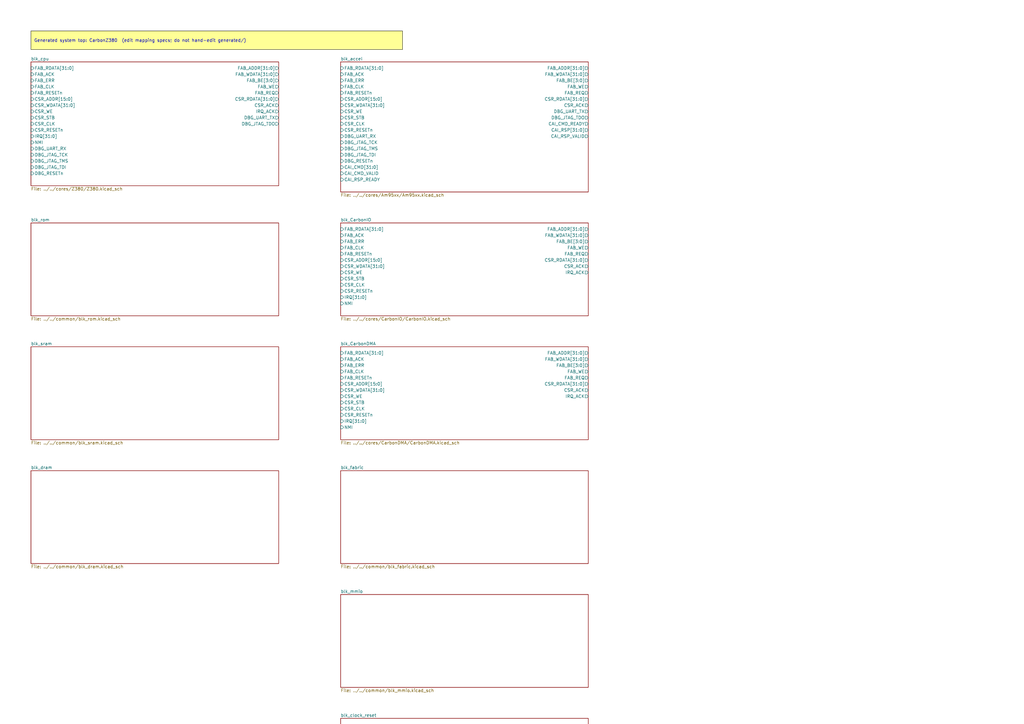
<source format=kicad_sch>
(kicad_sch
	(version 20250114)
	(generator "kicadgen")
	(generator_version "0.2")
	(uuid "765c2369-a8ad-5eed-9f09-20ae5d1ace4f")
	(paper "A3")
	(title_block
		(title "CarbonZ380 (generated)")
		(company "Project Carbon")
		(comment 1 "Generated - do not edit in generated/")
		(comment 2 "Edit in schem/kicad9/manual/ or refine mapping specs")
	)
	(lib_symbols)
	(text_box
		"Generated system top: CarbonZ380  (edit mapping specs; do not hand-edit generated/)"
		(exclude_from_sim no)
		(at
			12.7
			12.7
			0
		)
		(size 152.4 7.62)
		(margins
			1.27
			1.27
			1.27
			1.27
		)
		(stroke
			(width 0)
			(type default)
			(color
				0
				0
				0
				1
			)
		)
		(fill
			(type color)
			(color
				255
				255
				150
				1
			)
		)
		(effects
			(font
				(size 1.27 1.27)
			)
			(justify left)
		)
		(uuid "b4222cf3-652f-5305-9a3c-e71759809ecd")
	)
	(sheet
		(at 12.7 25.4)
		(size 101.6 50.8)
		(exclude_from_sim no)
		(in_bom yes)
		(on_board yes)
		(dnp no)
		(stroke
			(width 0)
			(type solid)
		)
		(fill
			(color
				0
				0
				0
				0
			)
		)
		(uuid "50a881de-722b-5031-908a-f326a31921c3")
		(property
			"Sheetname"
			"blk_cpu"
			(at
				12.7
				24.13
				0
			)
			(effects
				(font
					(size 1.27 1.27)
				)
				(justify left)
			)
		)
		(property
			"Sheetfile"
			"../../cores/Z380/Z380.kicad_sch"
			(at
				12.7
				77.47
				0
			)
			(effects
				(font
					(size 1.27 1.27)
				)
				(justify left)
			)
		)
		(pin
			"FAB_RDATA[31:0]"
			input
			(at
				12.7
				27.94
				180
			)
			(uuid "2f73332d-8009-5d01-ae4b-342787cbfa8f")
			(effects
				(font
					(size 1.27 1.27)
				)
				(justify left)
			)
		)
		(pin
			"FAB_ACK"
			input
			(at
				12.7
				30.48
				180
			)
			(uuid "7c4563ed-8650-5568-be87-9acb60e464bf")
			(effects
				(font
					(size 1.27 1.27)
				)
				(justify left)
			)
		)
		(pin
			"FAB_ERR"
			input
			(at
				12.7
				33.02
				180
			)
			(uuid "3850bc5e-1589-525d-8828-edc995e951f8")
			(effects
				(font
					(size 1.27 1.27)
				)
				(justify left)
			)
		)
		(pin
			"FAB_CLK"
			input
			(at
				12.7
				35.56
				180
			)
			(uuid "adb3fc2d-5483-570e-bb20-db6355ecd7ba")
			(effects
				(font
					(size 1.27 1.27)
				)
				(justify left)
			)
		)
		(pin
			"FAB_RESETn"
			input
			(at
				12.7
				38.1
				180
			)
			(uuid "1c1bc5fb-d5e5-52bd-9ca4-f7db4c696262")
			(effects
				(font
					(size 1.27 1.27)
				)
				(justify left)
			)
		)
		(pin
			"CSR_ADDR[15:0]"
			input
			(at
				12.7
				40.64
				180
			)
			(uuid "f3ff211b-0272-544f-818c-6a61d4f8c4fe")
			(effects
				(font
					(size 1.27 1.27)
				)
				(justify left)
			)
		)
		(pin
			"CSR_WDATA[31:0]"
			input
			(at
				12.7
				43.18
				180
			)
			(uuid "26df6684-ab5f-5ff8-b1a8-e2fd5e5dfa32")
			(effects
				(font
					(size 1.27 1.27)
				)
				(justify left)
			)
		)
		(pin
			"CSR_WE"
			input
			(at
				12.7
				45.72
				180
			)
			(uuid "1fcfd28e-58f2-5bff-ac63-f00724eed765")
			(effects
				(font
					(size 1.27 1.27)
				)
				(justify left)
			)
		)
		(pin
			"CSR_STB"
			input
			(at
				12.7
				48.26
				180
			)
			(uuid "6c7f6553-5e92-5c83-b482-5472f7770d06")
			(effects
				(font
					(size 1.27 1.27)
				)
				(justify left)
			)
		)
		(pin
			"CSR_CLK"
			input
			(at
				12.7
				50.8
				180
			)
			(uuid "a97d6fd2-d78d-52ee-9953-9f774cd3ec4d")
			(effects
				(font
					(size 1.27 1.27)
				)
				(justify left)
			)
		)
		(pin
			"CSR_RESETn"
			input
			(at
				12.7
				53.34
				180
			)
			(uuid "bdb58c30-1410-5375-8a16-3fcd475c7d57")
			(effects
				(font
					(size 1.27 1.27)
				)
				(justify left)
			)
		)
		(pin
			"IRQ[31:0]"
			input
			(at
				12.7
				55.88
				180
			)
			(uuid "12bc254c-1129-5b95-bcfd-45a683915384")
			(effects
				(font
					(size 1.27 1.27)
				)
				(justify left)
			)
		)
		(pin
			"NMI"
			input
			(at
				12.7
				58.42
				180
			)
			(uuid "d9ef077e-0a3c-5718-ab86-b82eca542f8b")
			(effects
				(font
					(size 1.27 1.27)
				)
				(justify left)
			)
		)
		(pin
			"DBG_UART_RX"
			input
			(at
				12.7
				60.96
				180
			)
			(uuid "20da674d-38b7-53eb-9c67-4645e8721a96")
			(effects
				(font
					(size 1.27 1.27)
				)
				(justify left)
			)
		)
		(pin
			"DBG_JTAG_TCK"
			input
			(at
				12.7
				63.5
				180
			)
			(uuid "9f1aafef-6d0a-598c-a62b-c3349de52569")
			(effects
				(font
					(size 1.27 1.27)
				)
				(justify left)
			)
		)
		(pin
			"DBG_JTAG_TMS"
			input
			(at
				12.7
				66.04
				180
			)
			(uuid "4efff025-4f95-5012-b290-8838f1a401e5")
			(effects
				(font
					(size 1.27 1.27)
				)
				(justify left)
			)
		)
		(pin
			"DBG_JTAG_TDI"
			input
			(at
				12.7
				68.58
				180
			)
			(uuid "37ec474a-ed9c-5785-bc29-acae99e7de18")
			(effects
				(font
					(size 1.27 1.27)
				)
				(justify left)
			)
		)
		(pin
			"DBG_RESETn"
			input
			(at
				12.7
				71.12
				180
			)
			(uuid "cb13ed9f-171d-5d4f-93b3-147c481980d3")
			(effects
				(font
					(size 1.27 1.27)
				)
				(justify left)
			)
		)
		(pin
			"FAB_ADDR[31:0]"
			output
			(at
				114.3
				27.94
				0
			)
			(uuid "c6a0a5fc-88ea-5d20-b5c5-fae6b71f74fb")
			(effects
				(font
					(size 1.27 1.27)
				)
				(justify right)
			)
		)
		(pin
			"FAB_WDATA[31:0]"
			output
			(at
				114.3
				30.48
				0
			)
			(uuid "5f76dc3c-fe38-595f-a291-b8100a328804")
			(effects
				(font
					(size 1.27 1.27)
				)
				(justify right)
			)
		)
		(pin
			"FAB_BE[3:0]"
			output
			(at
				114.3
				33.02
				0
			)
			(uuid "2422c30c-9238-5baa-a711-274b74203a54")
			(effects
				(font
					(size 1.27 1.27)
				)
				(justify right)
			)
		)
		(pin
			"FAB_WE"
			output
			(at
				114.3
				35.56
				0
			)
			(uuid "161d4d86-2806-5a0e-9497-4470b1de27ce")
			(effects
				(font
					(size 1.27 1.27)
				)
				(justify right)
			)
		)
		(pin
			"FAB_REQ"
			output
			(at
				114.3
				38.1
				0
			)
			(uuid "8b4f2f8b-d8ce-5d02-bd1a-b4c77c4c3a9a")
			(effects
				(font
					(size 1.27 1.27)
				)
				(justify right)
			)
		)
		(pin
			"CSR_RDATA[31:0]"
			output
			(at
				114.3
				40.64
				0
			)
			(uuid "b44ef97b-62bd-50bf-8dc4-83a3ca46b5d2")
			(effects
				(font
					(size 1.27 1.27)
				)
				(justify right)
			)
		)
		(pin
			"CSR_ACK"
			output
			(at
				114.3
				43.18
				0
			)
			(uuid "bba3ffc6-fbc6-5760-9760-bc0fff8e6437")
			(effects
				(font
					(size 1.27 1.27)
				)
				(justify right)
			)
		)
		(pin
			"IRQ_ACK"
			output
			(at
				114.3
				45.72
				0
			)
			(uuid "b80c3cc3-01d4-5058-890c-28b6ef05c89d")
			(effects
				(font
					(size 1.27 1.27)
				)
				(justify right)
			)
		)
		(pin
			"DBG_UART_TX"
			output
			(at
				114.3
				48.26
				0
			)
			(uuid "a4808b92-8bd3-5ffc-92df-abbeaa9f9818")
			(effects
				(font
					(size 1.27 1.27)
				)
				(justify right)
			)
		)
		(pin
			"DBG_JTAG_TDO"
			output
			(at
				114.3
				50.8
				0
			)
			(uuid "a4ec0793-1d46-5776-a94e-1009f95a5607")
			(effects
				(font
					(size 1.27 1.27)
				)
				(justify right)
			)
		)
		(instances
			(project
				"system_CarbonZ380"
				(path
					"/765c2369-a8ad-5eed-9f09-20ae5d1ace4f"
					(page "2")
				)
			)
		)
	)
	(sheet
		(at 139.7 25.4)
		(size 101.6 53.34)
		(exclude_from_sim no)
		(in_bom yes)
		(on_board yes)
		(dnp no)
		(stroke
			(width 0)
			(type solid)
		)
		(fill
			(color
				0
				0
				0
				0
			)
		)
		(uuid "ba1c047c-04c0-573a-bf86-048b24d531a3")
		(property
			"Sheetname"
			"blk_accel"
			(at
				139.7
				24.13
				0
			)
			(effects
				(font
					(size 1.27 1.27)
				)
				(justify left)
			)
		)
		(property
			"Sheetfile"
			"../../cores/Am95xx/Am95xx.kicad_sch"
			(at
				139.7
				80.01
				0
			)
			(effects
				(font
					(size 1.27 1.27)
				)
				(justify left)
			)
		)
		(pin
			"FAB_RDATA[31:0]"
			input
			(at
				139.7
				27.94
				180
			)
			(uuid "5ce239a7-8367-52d6-85bc-d4c6c15daae9")
			(effects
				(font
					(size 1.27 1.27)
				)
				(justify left)
			)
		)
		(pin
			"FAB_ACK"
			input
			(at
				139.7
				30.48
				180
			)
			(uuid "30ed2479-7f74-5752-a798-2cf624470eb6")
			(effects
				(font
					(size 1.27 1.27)
				)
				(justify left)
			)
		)
		(pin
			"FAB_ERR"
			input
			(at
				139.7
				33.02
				180
			)
			(uuid "d8b78cd5-d97a-533c-82cf-4db733a1d013")
			(effects
				(font
					(size 1.27 1.27)
				)
				(justify left)
			)
		)
		(pin
			"FAB_CLK"
			input
			(at
				139.7
				35.56
				180
			)
			(uuid "6b605b1b-967a-5f38-bf0f-c832f17a0e71")
			(effects
				(font
					(size 1.27 1.27)
				)
				(justify left)
			)
		)
		(pin
			"FAB_RESETn"
			input
			(at
				139.7
				38.1
				180
			)
			(uuid "c741acbb-dc36-574c-85d6-9346f1734244")
			(effects
				(font
					(size 1.27 1.27)
				)
				(justify left)
			)
		)
		(pin
			"CSR_ADDR[15:0]"
			input
			(at
				139.7
				40.64
				180
			)
			(uuid "3da70a63-74ea-5cae-9dcc-79dd87c54a36")
			(effects
				(font
					(size 1.27 1.27)
				)
				(justify left)
			)
		)
		(pin
			"CSR_WDATA[31:0]"
			input
			(at
				139.7
				43.18
				180
			)
			(uuid "3b4e8abc-26ac-528d-9c36-a95a3c7846a7")
			(effects
				(font
					(size 1.27 1.27)
				)
				(justify left)
			)
		)
		(pin
			"CSR_WE"
			input
			(at
				139.7
				45.72
				180
			)
			(uuid "561dfd79-ae6a-54b9-a832-e577f285530a")
			(effects
				(font
					(size 1.27 1.27)
				)
				(justify left)
			)
		)
		(pin
			"CSR_STB"
			input
			(at
				139.7
				48.26
				180
			)
			(uuid "22910ce9-f168-5e94-ad6b-14decd914c65")
			(effects
				(font
					(size 1.27 1.27)
				)
				(justify left)
			)
		)
		(pin
			"CSR_CLK"
			input
			(at
				139.7
				50.8
				180
			)
			(uuid "e446acc1-29be-5791-9f08-835cbe64ee5c")
			(effects
				(font
					(size 1.27 1.27)
				)
				(justify left)
			)
		)
		(pin
			"CSR_RESETn"
			input
			(at
				139.7
				53.34
				180
			)
			(uuid "b82b47f7-e4ce-5704-8fef-4e7559a8972e")
			(effects
				(font
					(size 1.27 1.27)
				)
				(justify left)
			)
		)
		(pin
			"DBG_UART_RX"
			input
			(at
				139.7
				55.88
				180
			)
			(uuid "3529a3bf-82fe-5aa3-b2af-3c2159ff8e09")
			(effects
				(font
					(size 1.27 1.27)
				)
				(justify left)
			)
		)
		(pin
			"DBG_JTAG_TCK"
			input
			(at
				139.7
				58.42
				180
			)
			(uuid "6d58bdf2-9ac6-5c02-b62e-b8201d299e49")
			(effects
				(font
					(size 1.27 1.27)
				)
				(justify left)
			)
		)
		(pin
			"DBG_JTAG_TMS"
			input
			(at
				139.7
				60.96
				180
			)
			(uuid "4103a472-e9cf-5cf1-bf07-f3ce89fa0fb5")
			(effects
				(font
					(size 1.27 1.27)
				)
				(justify left)
			)
		)
		(pin
			"DBG_JTAG_TDI"
			input
			(at
				139.7
				63.5
				180
			)
			(uuid "679f75de-02fe-520f-91d8-0ca8384d2dcc")
			(effects
				(font
					(size 1.27 1.27)
				)
				(justify left)
			)
		)
		(pin
			"DBG_RESETn"
			input
			(at
				139.7
				66.04
				180
			)
			(uuid "ea9c40d1-9fa4-595e-8c2a-750c04d4a706")
			(effects
				(font
					(size 1.27 1.27)
				)
				(justify left)
			)
		)
		(pin
			"CAI_CMD[31:0]"
			input
			(at
				139.7
				68.58
				180
			)
			(uuid "1a5afd41-c92d-5f5e-9938-7f6489de3e70")
			(effects
				(font
					(size 1.27 1.27)
				)
				(justify left)
			)
		)
		(pin
			"CAI_CMD_VALID"
			input
			(at
				139.7
				71.12
				180
			)
			(uuid "59b48a9e-1366-5a54-8152-035d081e2b30")
			(effects
				(font
					(size 1.27 1.27)
				)
				(justify left)
			)
		)
		(pin
			"CAI_RSP_READY"
			input
			(at
				139.7
				73.66
				180
			)
			(uuid "e97fcb70-4eb2-5c52-ac3d-c5fefeaf5513")
			(effects
				(font
					(size 1.27 1.27)
				)
				(justify left)
			)
		)
		(pin
			"FAB_ADDR[31:0]"
			output
			(at
				241.3
				27.94
				0
			)
			(uuid "1280da3a-5e3b-5e16-a427-98b7e645563c")
			(effects
				(font
					(size 1.27 1.27)
				)
				(justify right)
			)
		)
		(pin
			"FAB_WDATA[31:0]"
			output
			(at
				241.3
				30.48
				0
			)
			(uuid "bf32bf14-48b3-5310-8648-856b249134a9")
			(effects
				(font
					(size 1.27 1.27)
				)
				(justify right)
			)
		)
		(pin
			"FAB_BE[3:0]"
			output
			(at
				241.3
				33.02
				0
			)
			(uuid "fb481ff2-75c4-53e9-b117-921bd2788284")
			(effects
				(font
					(size 1.27 1.27)
				)
				(justify right)
			)
		)
		(pin
			"FAB_WE"
			output
			(at
				241.3
				35.56
				0
			)
			(uuid "cd25e042-d1f3-577e-bd46-8a433f00616f")
			(effects
				(font
					(size 1.27 1.27)
				)
				(justify right)
			)
		)
		(pin
			"FAB_REQ"
			output
			(at
				241.3
				38.1
				0
			)
			(uuid "cb321599-abc9-5de0-9a72-5b80d8d0aeb1")
			(effects
				(font
					(size 1.27 1.27)
				)
				(justify right)
			)
		)
		(pin
			"CSR_RDATA[31:0]"
			output
			(at
				241.3
				40.64
				0
			)
			(uuid "cd792bd3-fbdf-5490-82fb-01606171234b")
			(effects
				(font
					(size 1.27 1.27)
				)
				(justify right)
			)
		)
		(pin
			"CSR_ACK"
			output
			(at
				241.3
				43.18
				0
			)
			(uuid "55f8a1c9-9600-560e-a4d6-060ffad3d9c5")
			(effects
				(font
					(size 1.27 1.27)
				)
				(justify right)
			)
		)
		(pin
			"DBG_UART_TX"
			output
			(at
				241.3
				45.72
				0
			)
			(uuid "08463855-a5fb-56ac-a6d4-d8476f57d22b")
			(effects
				(font
					(size 1.27 1.27)
				)
				(justify right)
			)
		)
		(pin
			"DBG_JTAG_TDO"
			output
			(at
				241.3
				48.26
				0
			)
			(uuid "1775229b-4ed2-53df-aa3a-ed50a648dee8")
			(effects
				(font
					(size 1.27 1.27)
				)
				(justify right)
			)
		)
		(pin
			"CAI_CMD_READY"
			output
			(at
				241.3
				50.8
				0
			)
			(uuid "e0cdfaef-486e-5bad-a885-b1ad5e6bc7fe")
			(effects
				(font
					(size 1.27 1.27)
				)
				(justify right)
			)
		)
		(pin
			"CAI_RSP[31:0]"
			output
			(at
				241.3
				53.34
				0
			)
			(uuid "0fce9cb4-8fff-5a7f-ac75-57cbc5ed20cc")
			(effects
				(font
					(size 1.27 1.27)
				)
				(justify right)
			)
		)
		(pin
			"CAI_RSP_VALID"
			output
			(at
				241.3
				55.88
				0
			)
			(uuid "ebbbb98e-9f1b-58c9-89f8-bf83d2a61f6e")
			(effects
				(font
					(size 1.27 1.27)
				)
				(justify right)
			)
		)
		(instances
			(project
				"system_CarbonZ380"
				(path
					"/765c2369-a8ad-5eed-9f09-20ae5d1ace4f"
					(page "3")
				)
			)
		)
	)
	(sheet
		(at 12.7 91.44)
		(size 101.6 38.1)
		(exclude_from_sim no)
		(in_bom yes)
		(on_board yes)
		(dnp no)
		(stroke
			(width 0)
			(type solid)
		)
		(fill
			(color
				0
				0
				0
				0
			)
		)
		(uuid "f8ea0e8a-614d-55b3-8e15-dd44fd87e663")
		(property
			"Sheetname"
			"blk_rom"
			(at
				12.7
				90.17
				0
			)
			(effects
				(font
					(size 1.27 1.27)
				)
				(justify left)
			)
		)
		(property
			"Sheetfile"
			"../../common/blk_rom.kicad_sch"
			(at
				12.7
				130.81
				0
			)
			(effects
				(font
					(size 1.27 1.27)
				)
				(justify left)
			)
		)
		(instances
			(project
				"system_CarbonZ380"
				(path
					"/765c2369-a8ad-5eed-9f09-20ae5d1ace4f"
					(page "4")
				)
			)
		)
	)
	(sheet
		(at 12.7 142.24)
		(size 101.6 38.1)
		(exclude_from_sim no)
		(in_bom yes)
		(on_board yes)
		(dnp no)
		(stroke
			(width 0)
			(type solid)
		)
		(fill
			(color
				0
				0
				0
				0
			)
		)
		(uuid "3a221c92-d558-5f6d-ace0-c9a21573502b")
		(property
			"Sheetname"
			"blk_sram"
			(at
				12.7
				140.97
				0
			)
			(effects
				(font
					(size 1.27 1.27)
				)
				(justify left)
			)
		)
		(property
			"Sheetfile"
			"../../common/blk_sram.kicad_sch"
			(at
				12.7
				181.61
				0
			)
			(effects
				(font
					(size 1.27 1.27)
				)
				(justify left)
			)
		)
		(instances
			(project
				"system_CarbonZ380"
				(path
					"/765c2369-a8ad-5eed-9f09-20ae5d1ace4f"
					(page "5")
				)
			)
		)
	)
	(sheet
		(at 12.7 193.04)
		(size 101.6 38.1)
		(exclude_from_sim no)
		(in_bom yes)
		(on_board yes)
		(dnp no)
		(stroke
			(width 0)
			(type solid)
		)
		(fill
			(color
				0
				0
				0
				0
			)
		)
		(uuid "30fff7e3-2083-55ff-a22f-9f91b303e9b6")
		(property
			"Sheetname"
			"blk_dram"
			(at
				12.7
				191.77
				0
			)
			(effects
				(font
					(size 1.27 1.27)
				)
				(justify left)
			)
		)
		(property
			"Sheetfile"
			"../../common/blk_dram.kicad_sch"
			(at
				12.7
				232.41
				0
			)
			(effects
				(font
					(size 1.27 1.27)
				)
				(justify left)
			)
		)
		(instances
			(project
				"system_CarbonZ380"
				(path
					"/765c2369-a8ad-5eed-9f09-20ae5d1ace4f"
					(page "6")
				)
			)
		)
	)
	(sheet
		(at 139.7 91.44)
		(size 101.6 38.1)
		(exclude_from_sim no)
		(in_bom yes)
		(on_board yes)
		(dnp no)
		(stroke
			(width 0)
			(type solid)
		)
		(fill
			(color
				0
				0
				0
				0
			)
		)
		(uuid "364c6216-d01a-5e85-9289-bd6519fd6b7d")
		(property
			"Sheetname"
			"blk_CarbonIO"
			(at
				139.7
				90.17
				0
			)
			(effects
				(font
					(size 1.27 1.27)
				)
				(justify left)
			)
		)
		(property
			"Sheetfile"
			"../../cores/CarbonIO/CarbonIO.kicad_sch"
			(at
				139.7
				130.81
				0
			)
			(effects
				(font
					(size 1.27 1.27)
				)
				(justify left)
			)
		)
		(pin
			"FAB_RDATA[31:0]"
			input
			(at
				139.7
				93.98
				180
			)
			(uuid "c2be02d6-0743-5c45-8a20-54a9ad9aac50")
			(effects
				(font
					(size 1.27 1.27)
				)
				(justify left)
			)
		)
		(pin
			"FAB_ACK"
			input
			(at
				139.7
				96.52
				180
			)
			(uuid "ba29f784-8f83-583e-86d4-26cadd31ee7f")
			(effects
				(font
					(size 1.27 1.27)
				)
				(justify left)
			)
		)
		(pin
			"FAB_ERR"
			input
			(at
				139.7
				99.06
				180
			)
			(uuid "f808691a-fc8f-586c-98b4-915303fd6776")
			(effects
				(font
					(size 1.27 1.27)
				)
				(justify left)
			)
		)
		(pin
			"FAB_CLK"
			input
			(at
				139.7
				101.6
				180
			)
			(uuid "9dd49e52-ba96-56fb-bb03-79f146a56484")
			(effects
				(font
					(size 1.27 1.27)
				)
				(justify left)
			)
		)
		(pin
			"FAB_RESETn"
			input
			(at
				139.7
				104.14
				180
			)
			(uuid "5d5f4e1a-2aa2-5692-98ee-19bfb1273191")
			(effects
				(font
					(size 1.27 1.27)
				)
				(justify left)
			)
		)
		(pin
			"CSR_ADDR[15:0]"
			input
			(at
				139.7
				106.68
				180
			)
			(uuid "6ea3ccf0-c3fa-5d00-a3aa-88c9f584c669")
			(effects
				(font
					(size 1.27 1.27)
				)
				(justify left)
			)
		)
		(pin
			"CSR_WDATA[31:0]"
			input
			(at
				139.7
				109.22
				180
			)
			(uuid "c2bda377-85c1-57da-b4a8-7cfe424c31fd")
			(effects
				(font
					(size 1.27 1.27)
				)
				(justify left)
			)
		)
		(pin
			"CSR_WE"
			input
			(at
				139.7
				111.76
				180
			)
			(uuid "380380f7-cf74-5e9b-8869-7186fef3cff9")
			(effects
				(font
					(size 1.27 1.27)
				)
				(justify left)
			)
		)
		(pin
			"CSR_STB"
			input
			(at
				139.7
				114.3
				180
			)
			(uuid "f2cc982c-9a3c-5982-8efe-85b40e119123")
			(effects
				(font
					(size 1.27 1.27)
				)
				(justify left)
			)
		)
		(pin
			"CSR_CLK"
			input
			(at
				139.7
				116.84
				180
			)
			(uuid "c3252ebf-f48e-5d5b-8a75-f415cb715268")
			(effects
				(font
					(size 1.27 1.27)
				)
				(justify left)
			)
		)
		(pin
			"CSR_RESETn"
			input
			(at
				139.7
				119.38
				180
			)
			(uuid "17ba3f0b-a891-5a9e-9411-ac448fcbb0a4")
			(effects
				(font
					(size 1.27 1.27)
				)
				(justify left)
			)
		)
		(pin
			"IRQ[31:0]"
			input
			(at
				139.7
				121.92
				180
			)
			(uuid "ff423970-1089-5cf3-9666-3d619cc988ec")
			(effects
				(font
					(size 1.27 1.27)
				)
				(justify left)
			)
		)
		(pin
			"NMI"
			input
			(at
				139.7
				124.46
				180
			)
			(uuid "52153f66-0020-5f97-b0a7-c7a4435002f5")
			(effects
				(font
					(size 1.27 1.27)
				)
				(justify left)
			)
		)
		(pin
			"FAB_ADDR[31:0]"
			output
			(at
				241.3
				93.98
				0
			)
			(uuid "642a7d8a-baf9-5847-b46d-639282943d23")
			(effects
				(font
					(size 1.27 1.27)
				)
				(justify right)
			)
		)
		(pin
			"FAB_WDATA[31:0]"
			output
			(at
				241.3
				96.52
				0
			)
			(uuid "7735f80d-0dd9-50dc-9f35-2be83cfc2f3f")
			(effects
				(font
					(size 1.27 1.27)
				)
				(justify right)
			)
		)
		(pin
			"FAB_BE[3:0]"
			output
			(at
				241.3
				99.06
				0
			)
			(uuid "2b0e12d8-3637-55b6-881b-676411e91814")
			(effects
				(font
					(size 1.27 1.27)
				)
				(justify right)
			)
		)
		(pin
			"FAB_WE"
			output
			(at
				241.3
				101.6
				0
			)
			(uuid "dc7578fb-63ec-577e-87ff-b670e098f3c9")
			(effects
				(font
					(size 1.27 1.27)
				)
				(justify right)
			)
		)
		(pin
			"FAB_REQ"
			output
			(at
				241.3
				104.14
				0
			)
			(uuid "bf5cef94-5ae0-5af4-803c-382e5c5e300e")
			(effects
				(font
					(size 1.27 1.27)
				)
				(justify right)
			)
		)
		(pin
			"CSR_RDATA[31:0]"
			output
			(at
				241.3
				106.68
				0
			)
			(uuid "e3b563ef-2214-5369-9c82-f560178e056b")
			(effects
				(font
					(size 1.27 1.27)
				)
				(justify right)
			)
		)
		(pin
			"CSR_ACK"
			output
			(at
				241.3
				109.22
				0
			)
			(uuid "5b009545-abcd-5fd4-9e03-b2984d700026")
			(effects
				(font
					(size 1.27 1.27)
				)
				(justify right)
			)
		)
		(pin
			"IRQ_ACK"
			output
			(at
				241.3
				111.76
				0
			)
			(uuid "44f2c077-b824-5314-8a0a-a75d3103880e")
			(effects
				(font
					(size 1.27 1.27)
				)
				(justify right)
			)
		)
		(instances
			(project
				"system_CarbonZ380"
				(path
					"/765c2369-a8ad-5eed-9f09-20ae5d1ace4f"
					(page "7")
				)
			)
		)
	)
	(sheet
		(at 139.7 142.24)
		(size 101.6 38.1)
		(exclude_from_sim no)
		(in_bom yes)
		(on_board yes)
		(dnp no)
		(stroke
			(width 0)
			(type solid)
		)
		(fill
			(color
				0
				0
				0
				0
			)
		)
		(uuid "20097621-34aa-5e98-9920-f3f2300777df")
		(property
			"Sheetname"
			"blk_CarbonDMA"
			(at
				139.7
				140.97
				0
			)
			(effects
				(font
					(size 1.27 1.27)
				)
				(justify left)
			)
		)
		(property
			"Sheetfile"
			"../../cores/CarbonDMA/CarbonDMA.kicad_sch"
			(at
				139.7
				181.61
				0
			)
			(effects
				(font
					(size 1.27 1.27)
				)
				(justify left)
			)
		)
		(pin
			"FAB_RDATA[31:0]"
			input
			(at
				139.7
				144.78
				180
			)
			(uuid "8e3fc73f-199a-5144-ad86-39c137744fcc")
			(effects
				(font
					(size 1.27 1.27)
				)
				(justify left)
			)
		)
		(pin
			"FAB_ACK"
			input
			(at
				139.7
				147.32
				180
			)
			(uuid "f048e139-746f-5aa1-a798-0df5ded4d91c")
			(effects
				(font
					(size 1.27 1.27)
				)
				(justify left)
			)
		)
		(pin
			"FAB_ERR"
			input
			(at
				139.7
				149.86
				180
			)
			(uuid "ec1babc0-0a73-5f0c-b44f-9d49919e5b2f")
			(effects
				(font
					(size 1.27 1.27)
				)
				(justify left)
			)
		)
		(pin
			"FAB_CLK"
			input
			(at
				139.7
				152.4
				180
			)
			(uuid "f31f4da1-06c7-5fd9-99e9-84597bdecf69")
			(effects
				(font
					(size 1.27 1.27)
				)
				(justify left)
			)
		)
		(pin
			"FAB_RESETn"
			input
			(at
				139.7
				154.94
				180
			)
			(uuid "35f5ed87-d240-56fe-a910-c5306ace1cbd")
			(effects
				(font
					(size 1.27 1.27)
				)
				(justify left)
			)
		)
		(pin
			"CSR_ADDR[15:0]"
			input
			(at
				139.7
				157.48
				180
			)
			(uuid "b4314a45-42eb-55a1-86db-69cfde6dac5c")
			(effects
				(font
					(size 1.27 1.27)
				)
				(justify left)
			)
		)
		(pin
			"CSR_WDATA[31:0]"
			input
			(at
				139.7
				160.02
				180
			)
			(uuid "c8776745-9ce7-5558-8c74-1070987557d3")
			(effects
				(font
					(size 1.27 1.27)
				)
				(justify left)
			)
		)
		(pin
			"CSR_WE"
			input
			(at
				139.7
				162.56
				180
			)
			(uuid "69c4f01b-9267-5d2d-8090-dc0afaa3ae5a")
			(effects
				(font
					(size 1.27 1.27)
				)
				(justify left)
			)
		)
		(pin
			"CSR_STB"
			input
			(at
				139.7
				165.1
				180
			)
			(uuid "83cb536f-fbdf-5c91-8e1a-df7c05f27a01")
			(effects
				(font
					(size 1.27 1.27)
				)
				(justify left)
			)
		)
		(pin
			"CSR_CLK"
			input
			(at
				139.7
				167.64
				180
			)
			(uuid "3dd6e52f-40b8-51b2-96d7-685c9d1652ef")
			(effects
				(font
					(size 1.27 1.27)
				)
				(justify left)
			)
		)
		(pin
			"CSR_RESETn"
			input
			(at
				139.7
				170.18
				180
			)
			(uuid "33fdc579-bf1b-5ee0-b334-a05bda45b37b")
			(effects
				(font
					(size 1.27 1.27)
				)
				(justify left)
			)
		)
		(pin
			"IRQ[31:0]"
			input
			(at
				139.7
				172.72
				180
			)
			(uuid "43307b16-2149-50ec-8d39-958ac0169ae4")
			(effects
				(font
					(size 1.27 1.27)
				)
				(justify left)
			)
		)
		(pin
			"NMI"
			input
			(at
				139.7
				175.26
				180
			)
			(uuid "c5237517-4c24-5420-a419-03c534dcbb97")
			(effects
				(font
					(size 1.27 1.27)
				)
				(justify left)
			)
		)
		(pin
			"FAB_ADDR[31:0]"
			output
			(at
				241.3
				144.78
				0
			)
			(uuid "f3cc60bc-a0b9-503c-816d-dc4ea7c41fb5")
			(effects
				(font
					(size 1.27 1.27)
				)
				(justify right)
			)
		)
		(pin
			"FAB_WDATA[31:0]"
			output
			(at
				241.3
				147.32
				0
			)
			(uuid "6dffa2c3-ac16-501e-913e-fd3c498ef594")
			(effects
				(font
					(size 1.27 1.27)
				)
				(justify right)
			)
		)
		(pin
			"FAB_BE[3:0]"
			output
			(at
				241.3
				149.86
				0
			)
			(uuid "a4ece917-99dc-5c13-bab0-e51d6f6ba4f9")
			(effects
				(font
					(size 1.27 1.27)
				)
				(justify right)
			)
		)
		(pin
			"FAB_WE"
			output
			(at
				241.3
				152.4
				0
			)
			(uuid "eea54fa4-f2b8-5881-b89f-2b0ed373e440")
			(effects
				(font
					(size 1.27 1.27)
				)
				(justify right)
			)
		)
		(pin
			"FAB_REQ"
			output
			(at
				241.3
				154.94
				0
			)
			(uuid "b3bb7214-23b6-5dcf-a5ce-78f054af757a")
			(effects
				(font
					(size 1.27 1.27)
				)
				(justify right)
			)
		)
		(pin
			"CSR_RDATA[31:0]"
			output
			(at
				241.3
				157.48
				0
			)
			(uuid "8a5c3797-b6d6-5a0f-9630-6519b16397f2")
			(effects
				(font
					(size 1.27 1.27)
				)
				(justify right)
			)
		)
		(pin
			"CSR_ACK"
			output
			(at
				241.3
				160.02
				0
			)
			(uuid "7ffa26c0-947e-57be-84d0-e010bea30bad")
			(effects
				(font
					(size 1.27 1.27)
				)
				(justify right)
			)
		)
		(pin
			"IRQ_ACK"
			output
			(at
				241.3
				162.56
				0
			)
			(uuid "e6e74688-8d85-55ff-9e71-ddff903147a1")
			(effects
				(font
					(size 1.27 1.27)
				)
				(justify right)
			)
		)
		(instances
			(project
				"system_CarbonZ380"
				(path
					"/765c2369-a8ad-5eed-9f09-20ae5d1ace4f"
					(page "8")
				)
			)
		)
	)
	(sheet
		(at 139.7 193.04)
		(size 101.6 38.1)
		(exclude_from_sim no)
		(in_bom yes)
		(on_board yes)
		(dnp no)
		(stroke
			(width 0)
			(type solid)
		)
		(fill
			(color
				0
				0
				0
				0
			)
		)
		(uuid "fd68de23-6c64-5d3a-9c01-b9eab5210bca")
		(property
			"Sheetname"
			"blk_fabric"
			(at
				139.7
				191.77
				0
			)
			(effects
				(font
					(size 1.27 1.27)
				)
				(justify left)
			)
		)
		(property
			"Sheetfile"
			"../../common/blk_fabric.kicad_sch"
			(at
				139.7
				232.41
				0
			)
			(effects
				(font
					(size 1.27 1.27)
				)
				(justify left)
			)
		)
		(instances
			(project
				"system_CarbonZ380"
				(path
					"/765c2369-a8ad-5eed-9f09-20ae5d1ace4f"
					(page "9")
				)
			)
		)
	)
	(sheet
		(at 139.7 243.84)
		(size 101.6 38.1)
		(exclude_from_sim no)
		(in_bom yes)
		(on_board yes)
		(dnp no)
		(stroke
			(width 0)
			(type solid)
		)
		(fill
			(color
				0
				0
				0
				0
			)
		)
		(uuid "7c3493b1-ab0a-58b5-942f-d0532f94c69a")
		(property
			"Sheetname"
			"blk_mmio"
			(at
				139.7
				242.57
				0
			)
			(effects
				(font
					(size 1.27 1.27)
				)
				(justify left)
			)
		)
		(property
			"Sheetfile"
			"../../common/blk_mmio.kicad_sch"
			(at
				139.7
				283.21
				0
			)
			(effects
				(font
					(size 1.27 1.27)
				)
				(justify left)
			)
		)
		(instances
			(project
				"system_CarbonZ380"
				(path
					"/765c2369-a8ad-5eed-9f09-20ae5d1ace4f"
					(page "10")
				)
			)
		)
	)
	(sheet
		(at 139.7 294.64)
		(size 101.6 38.1)
		(exclude_from_sim no)
		(in_bom yes)
		(on_board yes)
		(dnp no)
		(stroke
			(width 0)
			(type solid)
		)
		(fill
			(color
				0
				0
				0
				0
			)
		)
		(uuid "c3a5b7b4-57ec-50de-9d85-f830f68fa2a3")
		(property
			"Sheetname"
			"blk_clock_reset"
			(at
				139.7
				293.37
				0
			)
			(effects
				(font
					(size 1.27 1.27)
				)
				(justify left)
			)
		)
		(property
			"Sheetfile"
			"../../common/blk_clock_reset.kicad_sch"
			(at
				139.7
				334.01
				0
			)
			(effects
				(font
					(size 1.27 1.27)
				)
				(justify left)
			)
		)
		(instances
			(project
				"system_CarbonZ380"
				(path
					"/765c2369-a8ad-5eed-9f09-20ae5d1ace4f"
					(page "11")
				)
			)
		)
	)
	(sheet
		(at 139.7 345.44)
		(size 101.6 38.1)
		(exclude_from_sim no)
		(in_bom yes)
		(on_board yes)
		(dnp no)
		(stroke
			(width 0)
			(type solid)
		)
		(fill
			(color
				0
				0
				0
				0
			)
		)
		(uuid "d28bef54-90cc-51db-8801-c94ab8fdc960")
		(property
			"Sheetname"
			"blk_debug_header"
			(at
				139.7
				344.17
				0
			)
			(effects
				(font
					(size 1.27 1.27)
				)
				(justify left)
			)
		)
		(property
			"Sheetfile"
			"../../common/blk_debug_header.kicad_sch"
			(at
				139.7
				384.81
				0
			)
			(effects
				(font
					(size 1.27 1.27)
				)
				(justify left)
			)
		)
		(instances
			(project
				"system_CarbonZ380"
				(path
					"/765c2369-a8ad-5eed-9f09-20ae5d1ace4f"
					(page "12")
				)
			)
		)
	)
	(sheet
		(at 139.7 396.24)
		(size 101.6 38.1)
		(exclude_from_sim no)
		(in_bom yes)
		(on_board yes)
		(dnp no)
		(stroke
			(width 0)
			(type solid)
		)
		(fill
			(color
				0
				0
				0
				0
			)
		)
		(uuid "8da43849-6c0c-5e40-8f5a-b3581cfa1eae")
		(property
			"Sheetname"
			"blk_power_dist"
			(at
				139.7
				394.97
				0
			)
			(effects
				(font
					(size 1.27 1.27)
				)
				(justify left)
			)
		)
		(property
			"Sheetfile"
			"../../common/blk_power_dist.kicad_sch"
			(at
				139.7
				435.61
				0
			)
			(effects
				(font
					(size 1.27 1.27)
				)
				(justify left)
			)
		)
		(instances
			(project
				"system_CarbonZ380"
				(path
					"/765c2369-a8ad-5eed-9f09-20ae5d1ace4f"
					(page "13")
				)
			)
		)
	)
	(sheet
		(at 139.7 447.04)
		(size 101.6 38.1)
		(exclude_from_sim no)
		(in_bom yes)
		(on_board yes)
		(dnp no)
		(stroke
			(width 0)
			(type solid)
		)
		(fill
			(color
				0
				0
				0
				0
			)
		)
		(uuid "8be2fc8a-c3eb-5d1b-aee6-adc37c1ae40d")
		(property
			"Sheetname"
			"blk_jtag_uart"
			(at
				139.7
				445.77
				0
			)
			(effects
				(font
					(size 1.27 1.27)
				)
				(justify left)
			)
		)
		(property
			"Sheetfile"
			"../../common/blk_jtag_uart.kicad_sch"
			(at
				139.7
				486.41
				0
			)
			(effects
				(font
					(size 1.27 1.27)
				)
				(justify left)
			)
		)
		(instances
			(project
				"system_CarbonZ380"
				(path
					"/765c2369-a8ad-5eed-9f09-20ae5d1ace4f"
					(page "14")
				)
			)
		)
	)
	(sheet_instances
		(path
			"/"
			(page "1")
		)
	)
	(embedded_fonts no)
)

</source>
